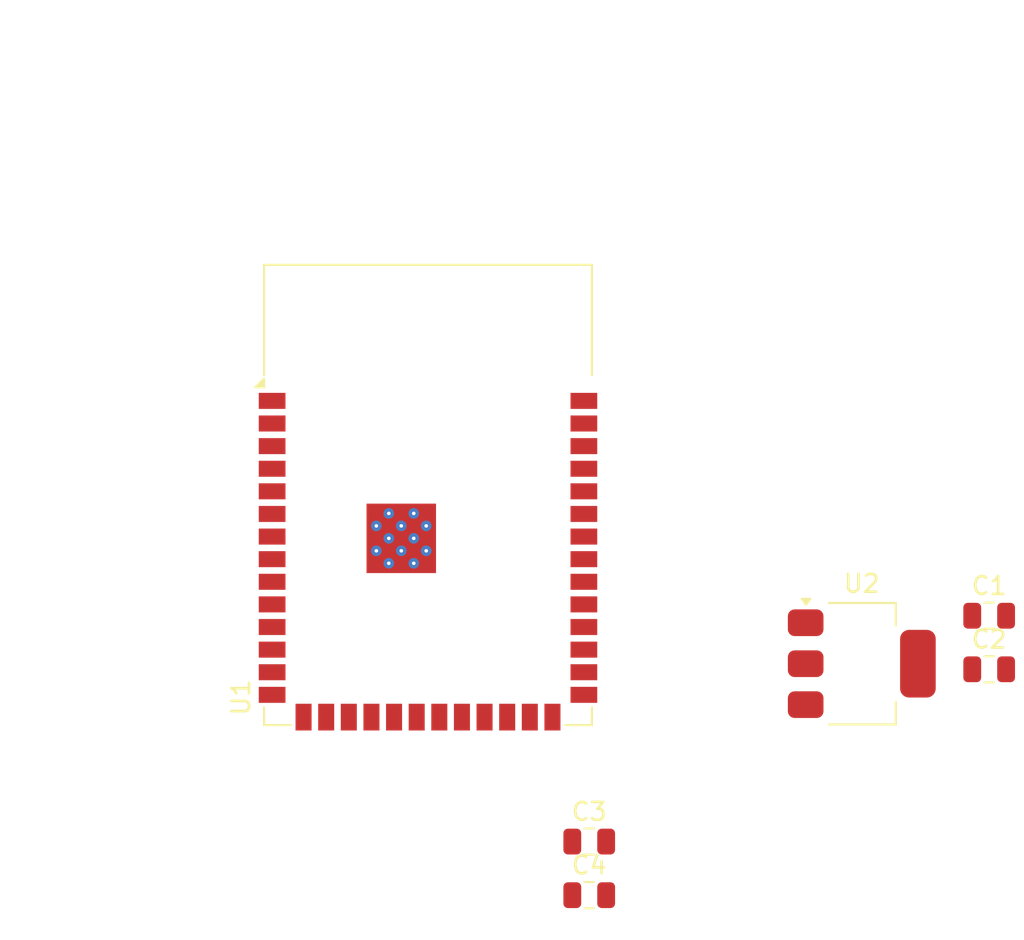
<source format=kicad_pcb>
(kicad_pcb (version 20240108) (generator "pcbnew") (generator_version "8.0")
  (layers (0 "F.Cu" signal) (31 "B.Cu" signal) (34 "B.Paste" user) (35 "F.Paste" user) (36 "B.SilkS" user "B.Silkscreen") (37 "F.SilkS" user "F.Silkscreen") (38 "B.Mask" user) (39 "F.Mask" user) (44 "Edge.Cuts" user))
  (net 0 "")
  (net 38 "+3V3")
  (net 39 "GND")
  (net 40 "+5V")
  (footprint "Capacitor_SMD:C_0805_2012Metric" (layer "F.Cu") (at 147.05 104.5)
    (property "Reference" "C4" (at 0 -1.68 0) (layer "F.SilkS"))
    (property "Value" "100nF")
    (fp_line (start -0.261252 -0.735) (end 0.261252 -0.735) (stroke (width 0.12)) (layer "F.SilkS"))
    (fp_line (start -0.261252 0.735) (end 0.261252 0.735) (stroke (width 0.12)) (layer "F.SilkS"))
    (pad "1" smd roundrect (at -0.95 0) (size 1 1.45) (layers "F.Cu" "F.Paste" "F.Mask") (net 38 "+3V3"))
    (pad "2" smd roundrect (at 0.95 0) (size 1 1.45) (layers "F.Cu" "F.Paste" "F.Mask") (net 39 "GND"))
  )
  (footprint "Package_TO_SOT_SMD:SOT-223-3_TabPin2" (layer "F.Cu") (at 162.35 91.5)
    (property "Reference" "U2" (at 0 -4.5 0) (layer "F.SilkS"))
    (property "Value" "AMS1117-3.3")
    (fp_line (start -1.85 -3.41) (end 1.91 -3.41) (stroke (width 0.12)) (layer "F.SilkS"))
    (fp_line (start -1.85 3.41) (end 1.91 3.41) (stroke (width 0.12)) (layer "F.SilkS"))
    (fp_line (start 1.91 -3.41) (end 1.91 -2.15) (stroke (width 0.12)) (layer "F.SilkS"))
    (fp_line (start 1.91 3.41) (end 1.91 2.15) (stroke (width 0.12)) (layer "F.SilkS"))
    (fp_poly (pts (xy -3.13 -3.31) (xy -3.37 -3.64) (xy -2.89 -3.64) (xy -3.13 -3.31)) (stroke (width 0.12)) (fill solid) (layer "F.SilkS"))
    (pad "1" smd roundrect (at -3.15 -2.3) (size 2 1.5) (layers "F.Cu" "F.Paste" "F.Mask") (net 39 "GND"))
    (pad "2" smd roundrect (at -3.15 0) (size 2 1.5) (layers "F.Cu" "F.Paste" "F.Mask") (net 38 "+3V3"))
    (pad "2" smd roundrect (at 3.15 0) (size 2 3.8) (layers "F.Cu" "F.Paste" "F.Mask") (net 38 "+3V3"))
    (pad "3" smd roundrect (at -3.15 2.3) (size 2 1.5) (layers "F.Cu" "F.Paste" "F.Mask") (net 40 "+5V"))
  )
  (footprint "RF_Module:ESP32-S3-WROOM-1" (layer "F.Cu") (at 138 82)
    (property "Reference" "U1" (at -10.5 11.4 90) (layer "F.SilkS"))
    (property "Value" "ESP32-S3-WROOM-1")
    (fp_line (start -9.2 -12.9) (end -9.2 -6.7) (stroke (width 0.12)) (layer "F.SilkS"))
    (fp_line (start -9.2 -12.9) (end 9.2 -12.9) (stroke (width 0.12)) (layer "F.SilkS"))
    (fp_line (start -9.2 11.95) (end -9.2 12.95) (stroke (width 0.12)) (layer "F.SilkS"))
    (fp_line (start -9.2 12.95) (end -7.7 12.95) (stroke (width 0.12)) (layer "F.SilkS"))
    (fp_line (start 9.2 -12.9) (end 9.2 -6.7) (stroke (width 0.12)) (layer "F.SilkS"))
    (fp_line (start 9.2 12.95) (end 7.7 12.95) (stroke (width 0.12)) (layer "F.SilkS"))
    (fp_line (start 9.2 12.95) (end 9.2 11.95) (stroke (width 0.12)) (layer "F.SilkS"))
    (fp_poly (pts (xy -9.2 -6.025) (xy -9.7 -6.025) (xy -9.2 -6.525) (xy -9.2 -6.025)) (stroke (width 0.12)) (fill solid) (layer "F.SilkS"))
    (pad "1" smd rect (at -8.75 -5.26) (size 1.5 0.9) (layers "F.Cu" "F.Paste" "F.Mask") (net 39 "GND"))
    (pad "2" smd rect (at -8.75 -3.99) (size 1.5 0.9) (layers "F.Cu" "F.Paste" "F.Mask") (net 38 "+3V3"))
    (pad "3" smd rect (at -8.75 -2.72) (size 1.5 0.9) (layers "F.Cu" "F.Paste" "F.Mask"))
    (pad "4" smd rect (at -8.75 -1.45) (size 1.5 0.9) (layers "F.Cu" "F.Paste" "F.Mask"))
    (pad "5" smd rect (at -8.75 -0.18) (size 1.5 0.9) (layers "F.Cu" "F.Paste" "F.Mask"))
    (pad "6" smd rect (at -8.75 1.09) (size 1.5 0.9) (layers "F.Cu" "F.Paste" "F.Mask"))
    (pad "7" smd rect (at -8.75 2.36) (size 1.5 0.9) (layers "F.Cu" "F.Paste" "F.Mask"))
    (pad "8" smd rect (at -8.75 3.63) (size 1.5 0.9) (layers "F.Cu" "F.Paste" "F.Mask"))
    (pad "9" smd rect (at -8.75 4.9) (size 1.5 0.9) (layers "F.Cu" "F.Paste" "F.Mask"))
    (pad "10" smd rect (at -8.75 6.17) (size 1.5 0.9) (layers "F.Cu" "F.Paste" "F.Mask"))
    (pad "11" smd rect (at -8.75 7.44) (size 1.5 0.9) (layers "F.Cu" "F.Paste" "F.Mask"))
    (pad "12" smd rect (at -8.75 8.71) (size 1.5 0.9) (layers "F.Cu" "F.Paste" "F.Mask"))
    (pad "13" smd rect (at -8.75 9.98) (size 1.5 0.9) (layers "F.Cu" "F.Paste" "F.Mask"))
    (pad "14" smd rect (at -8.75 11.25 180) (size 1.5 0.9) (layers "F.Cu" "F.Paste" "F.Mask"))
    (pad "15" smd rect (at -6.985 12.5 270) (size 1.5 0.9) (layers "F.Cu" "F.Paste" "F.Mask"))
    (pad "16" smd rect (at -5.715 12.5 270) (size 1.5 0.9) (layers "F.Cu" "F.Paste" "F.Mask"))
    (pad "17" smd rect (at -4.445 12.5 270) (size 1.5 0.9) (layers "F.Cu" "F.Paste" "F.Mask"))
    (pad "18" smd rect (at -3.175 12.5 270) (size 1.5 0.9) (layers "F.Cu" "F.Paste" "F.Mask"))
    (pad "19" smd rect (at -1.905 12.5 270) (size 1.5 0.9) (layers "F.Cu" "F.Paste" "F.Mask"))
    (pad "20" smd rect (at -0.635 12.5 270) (size 1.5 0.9) (layers "F.Cu" "F.Paste" "F.Mask"))
    (pad "21" smd rect (at 0.635 12.5 270) (size 1.5 0.9) (layers "F.Cu" "F.Paste" "F.Mask"))
    (pad "22" smd rect (at 1.905 12.5 270) (size 1.5 0.9) (layers "F.Cu" "F.Paste" "F.Mask"))
    (pad "23" smd rect (at 3.175 12.5 270) (size 1.5 0.9) (layers "F.Cu" "F.Paste" "F.Mask"))
    (pad "24" smd rect (at 4.445 12.5 270) (size 1.5 0.9) (layers "F.Cu" "F.Paste" "F.Mask"))
    (pad "25" smd rect (at 5.715 12.5 270) (size 1.5 0.9) (layers "F.Cu" "F.Paste" "F.Mask"))
    (pad "26" smd rect (at 6.985 12.5 270) (size 1.5 0.9) (layers "F.Cu" "F.Paste" "F.Mask"))
    (pad "27" smd rect (at 8.75 11.25) (size 1.5 0.9) (layers "F.Cu" "F.Paste" "F.Mask"))
    (pad "28" smd rect (at 8.75 9.98) (size 1.5 0.9) (layers "F.Cu" "F.Paste" "F.Mask"))
    (pad "29" smd rect (at 8.75 8.71) (size 1.5 0.9) (layers "F.Cu" "F.Paste" "F.Mask"))
    (pad "30" smd rect (at 8.75 7.44) (size 1.5 0.9) (layers "F.Cu" "F.Paste" "F.Mask"))
    (pad "31" smd rect (at 8.75 6.17) (size 1.5 0.9) (layers "F.Cu" "F.Paste" "F.Mask"))
    (pad "32" smd rect (at 8.75 4.9) (size 1.5 0.9) (layers "F.Cu" "F.Paste" "F.Mask"))
    (pad "33" smd rect (at 8.75 3.63) (size 1.5 0.9) (layers "F.Cu" "F.Paste" "F.Mask"))
    (pad "34" smd rect (at 8.75 2.36) (size 1.5 0.9) (layers "F.Cu" "F.Paste" "F.Mask"))
    (pad "35" smd rect (at 8.75 1.09) (size 1.5 0.9) (layers "F.Cu" "F.Paste" "F.Mask"))
    (pad "36" smd rect (at 8.75 -0.18) (size 1.5 0.9) (layers "F.Cu" "F.Paste" "F.Mask"))
    (pad "37" smd rect (at 8.75 -1.45) (size 1.5 0.9) (layers "F.Cu" "F.Paste" "F.Mask"))
    (pad "38" smd rect (at 8.75 -2.72) (size 1.5 0.9) (layers "F.Cu" "F.Paste" "F.Mask"))
    (pad "39" smd rect (at 8.75 -3.99) (size 1.5 0.9) (layers "F.Cu" "F.Paste" "F.Mask"))
    (pad "40" smd rect (at 8.75 -5.26) (size 1.5 0.9) (layers "F.Cu" "F.Paste" "F.Mask") (net 39 "GND"))
    (pad "41" thru_hole circle (at -2.9 1.76 90) (size 0.6 0.6) (drill 0.2) (property pad_prop_heatsink) (layers "*.Cu" "In1.Cu" "In2.Cu" "In3.Cu" "In4.Cu" "In5.Cu" "In6.Cu" "In7.Cu" "In8.Cu" "In9.Cu" "In10.Cu" "In11.Cu" "In12.Cu" "In13.Cu" "In14.Cu" "In15.Cu" "In16.Cu" "In17.Cu" "In18.Cu" "In19.Cu" "In20.Cu" "In21.Cu" "In22.Cu" "In23.Cu" "In24.Cu" "In25.Cu" "In26.Cu" "In27.Cu" "In28.Cu" "In29.Cu" "In30.Cu" "F.Mask") (net 39 "GND"))
    (pad "41" thru_hole circle (at -2.9 3.16) (size 0.6 0.6) (drill 0.2) (property pad_prop_heatsink) (layers "*.Cu" "In1.Cu" "In2.Cu" "In3.Cu" "In4.Cu" "In5.Cu" "In6.Cu" "In7.Cu" "In8.Cu" "In9.Cu" "In10.Cu" "In11.Cu" "In12.Cu" "In13.Cu" "In14.Cu" "In15.Cu" "In16.Cu" "In17.Cu" "In18.Cu" "In19.Cu" "In20.Cu" "In21.Cu" "In22.Cu" "In23.Cu" "In24.Cu" "In25.Cu" "In26.Cu" "In27.Cu" "In28.Cu" "In29.Cu" "In30.Cu" "F.Mask") (net 39 "GND"))
    (pad "41" thru_hole circle (at -2.2 1.06) (size 0.6 0.6) (drill 0.2) (property pad_prop_heatsink) (layers "*.Cu" "In1.Cu" "In2.Cu" "In3.Cu" "In4.Cu" "In5.Cu" "In6.Cu" "In7.Cu" "In8.Cu" "In9.Cu" "In10.Cu" "In11.Cu" "In12.Cu" "In13.Cu" "In14.Cu" "In15.Cu" "In16.Cu" "In17.Cu" "In18.Cu" "In19.Cu" "In20.Cu" "In21.Cu" "In22.Cu" "In23.Cu" "In24.Cu" "In25.Cu" "In26.Cu" "In27.Cu" "In28.Cu" "In29.Cu" "In30.Cu" "F.Mask") (net 39 "GND"))
    (pad "41" thru_hole circle (at -2.2 2.46) (size 0.6 0.6) (drill 0.2) (property pad_prop_heatsink) (layers "*.Cu" "In1.Cu" "In2.Cu" "In3.Cu" "In4.Cu" "In5.Cu" "In6.Cu" "In7.Cu" "In8.Cu" "In9.Cu" "In10.Cu" "In11.Cu" "In12.Cu" "In13.Cu" "In14.Cu" "In15.Cu" "In16.Cu" "In17.Cu" "In18.Cu" "In19.Cu" "In20.Cu" "In21.Cu" "In22.Cu" "In23.Cu" "In24.Cu" "In25.Cu" "In26.Cu" "In27.Cu" "In28.Cu" "In29.Cu" "In30.Cu" "F.Mask") (net 39 "GND"))
    (pad "41" thru_hole circle (at -2.2 3.86) (size 0.6 0.6) (drill 0.2) (property pad_prop_heatsink) (layers "*.Cu" "In1.Cu" "In2.Cu" "In3.Cu" "In4.Cu" "In5.Cu" "In6.Cu" "In7.Cu" "In8.Cu" "In9.Cu" "In10.Cu" "In11.Cu" "In12.Cu" "In13.Cu" "In14.Cu" "In15.Cu" "In16.Cu" "In17.Cu" "In18.Cu" "In19.Cu" "In20.Cu" "In21.Cu" "In22.Cu" "In23.Cu" "In24.Cu" "In25.Cu" "In26.Cu" "In27.Cu" "In28.Cu" "In29.Cu" "In30.Cu" "F.Mask") (net 39 "GND"))
    (pad "41" thru_hole circle (at -1.5 1.76) (size 0.6 0.6) (drill 0.2) (property pad_prop_heatsink) (layers "*.Cu" "In1.Cu" "In2.Cu" "In3.Cu" "In4.Cu" "In5.Cu" "In6.Cu" "In7.Cu" "In8.Cu" "In9.Cu" "In10.Cu" "In11.Cu" "In12.Cu" "In13.Cu" "In14.Cu" "In15.Cu" "In16.Cu" "In17.Cu" "In18.Cu" "In19.Cu" "In20.Cu" "In21.Cu" "In22.Cu" "In23.Cu" "In24.Cu" "In25.Cu" "In26.Cu" "In27.Cu" "In28.Cu" "In29.Cu" "In30.Cu" "F.Mask") (net 39 "GND"))
    (pad "41" smd rect (at -1.5 2.46 270) (size 3.9 3.9) (property pad_prop_heatsink) (layers "F.Cu" "F.Mask") (net 39 "GND"))
    (pad "41" thru_hole circle (at -1.5 3.16) (size 0.6 0.6) (drill 0.2) (property pad_prop_heatsink) (layers "*.Cu" "In1.Cu" "In2.Cu" "In3.Cu" "In4.Cu" "In5.Cu" "In6.Cu" "In7.Cu" "In8.Cu" "In9.Cu" "In10.Cu" "In11.Cu" "In12.Cu" "In13.Cu" "In14.Cu" "In15.Cu" "In16.Cu" "In17.Cu" "In18.Cu" "In19.Cu" "In20.Cu" "In21.Cu" "In22.Cu" "In23.Cu" "In24.Cu" "In25.Cu" "In26.Cu" "In27.Cu" "In28.Cu" "In29.Cu" "In30.Cu" "F.Mask") (net 39 "GND"))
    (pad "41" thru_hole circle (at -0.8 1.06) (size 0.6 0.6) (drill 0.2) (property pad_prop_heatsink) (layers "*.Cu" "In1.Cu" "In2.Cu" "In3.Cu" "In4.Cu" "In5.Cu" "In6.Cu" "In7.Cu" "In8.Cu" "In9.Cu" "In10.Cu" "In11.Cu" "In12.Cu" "In13.Cu" "In14.Cu" "In15.Cu" "In16.Cu" "In17.Cu" "In18.Cu" "In19.Cu" "In20.Cu" "In21.Cu" "In22.Cu" "In23.Cu" "In24.Cu" "In25.Cu" "In26.Cu" "In27.Cu" "In28.Cu" "In29.Cu" "In30.Cu" "F.Mask") (net 39 "GND"))
    (pad "41" thru_hole circle (at -0.8 2.46) (size 0.6 0.6) (drill 0.2) (property pad_prop_heatsink) (layers "*.Cu" "In1.Cu" "In2.Cu" "In3.Cu" "In4.Cu" "In5.Cu" "In6.Cu" "In7.Cu" "In8.Cu" "In9.Cu" "In10.Cu" "In11.Cu" "In12.Cu" "In13.Cu" "In14.Cu" "In15.Cu" "In16.Cu" "In17.Cu" "In18.Cu" "In19.Cu" "In20.Cu" "In21.Cu" "In22.Cu" "In23.Cu" "In24.Cu" "In25.Cu" "In26.Cu" "In27.Cu" "In28.Cu" "In29.Cu" "In30.Cu" "F.Mask") (net 39 "GND"))
    (pad "41" thru_hole circle (at -0.8 3.86) (size 0.6 0.6) (drill 0.2) (property pad_prop_heatsink) (layers "*.Cu" "In1.Cu" "In2.Cu" "In3.Cu" "In4.Cu" "In5.Cu" "In6.Cu" "In7.Cu" "In8.Cu" "In9.Cu" "In10.Cu" "In11.Cu" "In12.Cu" "In13.Cu" "In14.Cu" "In15.Cu" "In16.Cu" "In17.Cu" "In18.Cu" "In19.Cu" "In20.Cu" "In21.Cu" "In22.Cu" "In23.Cu" "In24.Cu" "In25.Cu" "In26.Cu" "In27.Cu" "In28.Cu" "In29.Cu" "In30.Cu" "F.Mask") (net 39 "GND"))
    (pad "41" thru_hole circle (at -0.1 1.76) (size 0.6 0.6) (drill 0.2) (property pad_prop_heatsink) (layers "*.Cu" "In1.Cu" "In2.Cu" "In3.Cu" "In4.Cu" "In5.Cu" "In6.Cu" "In7.Cu" "In8.Cu" "In9.Cu" "In10.Cu" "In11.Cu" "In12.Cu" "In13.Cu" "In14.Cu" "In15.Cu" "In16.Cu" "In17.Cu" "In18.Cu" "In19.Cu" "In20.Cu" "In21.Cu" "In22.Cu" "In23.Cu" "In24.Cu" "In25.Cu" "In26.Cu" "In27.Cu" "In28.Cu" "In29.Cu" "In30.Cu" "F.Mask") (net 39 "GND"))
    (pad "41" thru_hole circle (at -0.1 3.16) (size 0.6 0.6) (drill 0.2) (property pad_prop_heatsink) (layers "*.Cu" "In1.Cu" "In2.Cu" "In3.Cu" "In4.Cu" "In5.Cu" "In6.Cu" "In7.Cu" "In8.Cu" "In9.Cu" "In10.Cu" "In11.Cu" "In12.Cu" "In13.Cu" "In14.Cu" "In15.Cu" "In16.Cu" "In17.Cu" "In18.Cu" "In19.Cu" "In20.Cu" "In21.Cu" "In22.Cu" "In23.Cu" "In24.Cu" "In25.Cu" "In26.Cu" "In27.Cu" "In28.Cu" "In29.Cu" "In30.Cu" "F.Mask") (net 39 "GND"))
  )
  (footprint "Capacitor_SMD:C_0805_2012Metric" (layer "F.Cu") (at 147.05 101.49)
    (property "Reference" "C3" (at 0 -1.68 0) (layer "F.SilkS"))
    (property "Value" "22uF")
    (fp_line (start -0.261252 -0.735) (end 0.261252 -0.735) (stroke (width 0.12)) (layer "F.SilkS"))
    (fp_line (start -0.261252 0.735) (end 0.261252 0.735) (stroke (width 0.12)) (layer "F.SilkS"))
    (pad "1" smd roundrect (at -0.95 0) (size 1 1.45) (layers "F.Cu" "F.Paste" "F.Mask") (net 38 "+3V3"))
    (pad "2" smd roundrect (at 0.95 0) (size 1 1.45) (layers "F.Cu" "F.Paste" "F.Mask") (net 39 "GND"))
  )
  (footprint "Capacitor_SMD:C_0805_2012Metric" (layer "F.Cu") (at 169.5 91.815)
    (property "Reference" "C2" (at 0 -1.68 0) (layer "F.SilkS"))
    (property "Value" "10uF")
    (fp_line (start -0.261252 -0.735) (end 0.261252 -0.735) (stroke (width 0.12)) (layer "F.SilkS"))
    (fp_line (start -0.261252 0.735) (end 0.261252 0.735) (stroke (width 0.12)) (layer "F.SilkS"))
    (pad "1" smd roundrect (at -0.95 0) (size 1 1.45) (layers "F.Cu" "F.Paste" "F.Mask") (net 40 "+5V"))
    (pad "2" smd roundrect (at 0.95 0) (size 1 1.45) (layers "F.Cu" "F.Paste" "F.Mask") (net 39 "GND"))
  )
  (footprint "Capacitor_SMD:C_0805_2012Metric" (layer "F.Cu") (at 169.5 88.805)
    (property "Reference" "C1" (at 0 -1.68 0) (layer "F.SilkS"))
    (property "Value" "22uF")
    (fp_line (start -0.261252 -0.735) (end 0.261252 -0.735) (stroke (width 0.12)) (layer "F.SilkS"))
    (fp_line (start -0.261252 0.735) (end 0.261252 0.735) (stroke (width 0.12)) (layer "F.SilkS"))
    (pad "1" smd roundrect (at -0.95 0) (size 1 1.45) (layers "F.Cu" "F.Paste" "F.Mask") (net 38 "+3V3"))
    (pad "2" smd roundrect (at 0.95 0) (size 1 1.45) (layers "F.Cu" "F.Paste" "F.Mask") (net 39 "GND"))
  )
)
</source>
